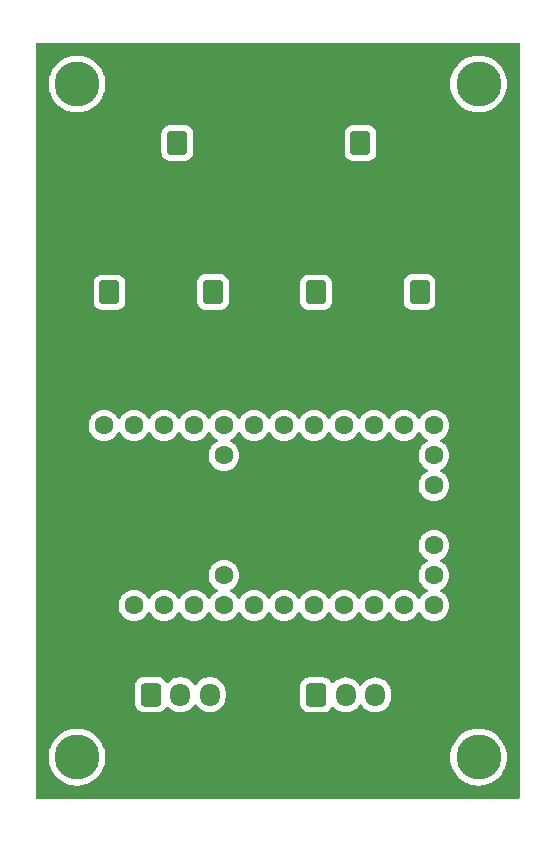
<source format=gbr>
%TF.GenerationSoftware,KiCad,Pcbnew,8.0.4*%
%TF.CreationDate,2024-08-04T23:06:54+09:00*%
%TF.ProjectId,sdvx,73647678-2e6b-4696-9361-645f70636258,rev?*%
%TF.SameCoordinates,Original*%
%TF.FileFunction,Copper,L2,Bot*%
%TF.FilePolarity,Positive*%
%FSLAX46Y46*%
G04 Gerber Fmt 4.6, Leading zero omitted, Abs format (unit mm)*
G04 Created by KiCad (PCBNEW 8.0.4) date 2024-08-04 23:06:54*
%MOMM*%
%LPD*%
G01*
G04 APERTURE LIST*
G04 Aperture macros list*
%AMRoundRect*
0 Rectangle with rounded corners*
0 $1 Rounding radius*
0 $2 $3 $4 $5 $6 $7 $8 $9 X,Y pos of 4 corners*
0 Add a 4 corners polygon primitive as box body*
4,1,4,$2,$3,$4,$5,$6,$7,$8,$9,$2,$3,0*
0 Add four circle primitives for the rounded corners*
1,1,$1+$1,$2,$3*
1,1,$1+$1,$4,$5*
1,1,$1+$1,$6,$7*
1,1,$1+$1,$8,$9*
0 Add four rect primitives between the rounded corners*
20,1,$1+$1,$2,$3,$4,$5,0*
20,1,$1+$1,$4,$5,$6,$7,0*
20,1,$1+$1,$6,$7,$8,$9,0*
20,1,$1+$1,$8,$9,$2,$3,0*%
G04 Aperture macros list end*
%TA.AperFunction,ComponentPad*%
%ADD10RoundRect,0.250000X-0.600000X-0.750000X0.600000X-0.750000X0.600000X0.750000X-0.600000X0.750000X0*%
%TD*%
%TA.AperFunction,ComponentPad*%
%ADD11O,1.700000X2.000000*%
%TD*%
%TA.AperFunction,ComponentPad*%
%ADD12C,3.800000*%
%TD*%
%TA.AperFunction,ComponentPad*%
%ADD13RoundRect,0.250000X-0.600000X-0.725000X0.600000X-0.725000X0.600000X0.725000X-0.600000X0.725000X0*%
%TD*%
%TA.AperFunction,ComponentPad*%
%ADD14O,1.700000X1.950000*%
%TD*%
%TA.AperFunction,ComponentPad*%
%ADD15R,1.600000X1.600000*%
%TD*%
%TA.AperFunction,ComponentPad*%
%ADD16C,1.600000*%
%TD*%
G04 APERTURE END LIST*
D10*
%TO.P,FX-R1,1,Pin_1*%
%TO.N,Net-(FX-R1-Pin_1)*%
X151000000Y-68000000D03*
D11*
%TO.P,FX-R1,2,Pin_2*%
%TO.N,GND*%
X153500000Y-68000000D03*
%TD*%
D12*
%TO.P,REF\u002A\u002A,1*%
%TO.N,N/C*%
X127000000Y-120000000D03*
%TD*%
D10*
%TO.P,FX-L1,1,Pin_1*%
%TO.N,Net-(FX-L1-Pin_1)*%
X135500000Y-68000000D03*
D11*
%TO.P,FX-L1,2,Pin_2*%
%TO.N,GND*%
X138000000Y-68000000D03*
%TD*%
D12*
%TO.P,REF\u002A\u002A,1*%
%TO.N,N/C*%
X127000000Y-63000000D03*
%TD*%
D13*
%TO.P,VOL-R1,1,Pin_1*%
%TO.N,+5V*%
X147250000Y-114725000D03*
D14*
%TO.P,VOL-R1,2,Pin_2*%
%TO.N,Net-(U1-7_INT2_RX)*%
X149750000Y-114725000D03*
%TO.P,VOL-R1,3,Pin_3*%
%TO.N,Net-(U1-8_INT3_TX)*%
X152250000Y-114725000D03*
%TO.P,VOL-R1,4,Pin_4*%
%TO.N,GND*%
X154750000Y-114725000D03*
%TD*%
D10*
%TO.P,BT-C1,1,Pin_1*%
%TO.N,Net-(BT-C1-Pin_1)*%
X147250000Y-80645000D03*
D11*
%TO.P,BT-C1,2,Pin_2*%
%TO.N,GND*%
X149750000Y-80645000D03*
%TD*%
D12*
%TO.P,REF\u002A\u002A,1*%
%TO.N,N/C*%
X161000000Y-120000000D03*
%TD*%
D10*
%TO.P,BT-A1,1,Pin_1*%
%TO.N,Net-(BT-A1-Pin_1)*%
X129750000Y-80645000D03*
D11*
%TO.P,BT-A1,2,Pin_2*%
%TO.N,GND*%
X132250000Y-80645000D03*
%TD*%
D10*
%TO.P,BT-B1,1,Pin_1*%
%TO.N,Net-(BT-B1-Pin_1)*%
X138500000Y-80620000D03*
D11*
%TO.P,BT-B1,2,Pin_2*%
%TO.N,GND*%
X141000000Y-80620000D03*
%TD*%
D10*
%TO.P,BT-D1,1,Pin_1*%
%TO.N,Net-(BT-D1-Pin_1)*%
X156000000Y-80620000D03*
D11*
%TO.P,BT-D1,2,Pin_2*%
%TO.N,GND*%
X158500000Y-80620000D03*
%TD*%
D13*
%TO.P,VOL-L1,1,Pin_1*%
%TO.N,+5V*%
X133250000Y-114700000D03*
D14*
%TO.P,VOL-L1,2,Pin_2*%
%TO.N,Net-(U1-5_INT0_PWM)*%
X135750000Y-114700000D03*
%TO.P,VOL-L1,3,Pin_3*%
%TO.N,Net-(U1-6_INT1)*%
X138250000Y-114700000D03*
%TO.P,VOL-L1,4,Pin_4*%
%TO.N,GND*%
X140750000Y-114700000D03*
%TD*%
D15*
%TO.P,U1,1,GND*%
%TO.N,GND*%
X129280000Y-107145000D03*
D16*
%TO.P,U1,2,0*%
%TO.N,unconnected-(U1-0-Pad2)*%
X131820000Y-107145000D03*
%TO.P,U1,3,1*%
%TO.N,unconnected-(U1-1-Pad3)*%
X134360000Y-107145000D03*
%TO.P,U1,4,2*%
%TO.N,unconnected-(U1-2-Pad4)*%
X136900000Y-107145000D03*
%TO.P,U1,5,3*%
%TO.N,unconnected-(U1-3-Pad5)*%
X139440000Y-107145000D03*
%TO.P,U1,6,4_PWM*%
%TO.N,unconnected-(U1-4_PWM-Pad6)*%
X141980000Y-107145000D03*
%TO.P,U1,7,5_INT0_PWM*%
%TO.N,Net-(U1-5_INT0_PWM)*%
X144520000Y-107145000D03*
%TO.P,U1,8,6_INT1*%
%TO.N,Net-(U1-6_INT1)*%
X147060000Y-107145000D03*
%TO.P,U1,9,7_INT2_RX*%
%TO.N,Net-(U1-7_INT2_RX)*%
X149600000Y-107145000D03*
%TO.P,U1,10,8_INT3_TX*%
%TO.N,Net-(U1-8_INT3_TX)*%
X152140000Y-107145000D03*
%TO.P,U1,11,9_PWM*%
%TO.N,unconnected-(U1-9_PWM-Pad11)*%
X154680000Y-107145000D03*
%TO.P,U1,12,10_PWM*%
%TO.N,unconnected-(U1-10_PWM-Pad12)*%
X157220000Y-107145000D03*
%TO.P,U1,13,23*%
%TO.N,unconnected-(U1-23-Pad13)*%
X157220000Y-104605000D03*
%TO.P,U1,14,+5V*%
%TO.N,+5V*%
X157220000Y-102065000D03*
%TO.P,U1,15,GND*%
%TO.N,GND*%
X157220000Y-99525000D03*
%TO.P,U1,16,RST*%
%TO.N,unconnected-(U1-RST-Pad16)*%
X157220000Y-96985000D03*
%TO.P,U1,17,22_A11*%
%TO.N,unconnected-(U1-22_A11-Pad17)*%
X157220000Y-94445000D03*
%TO.P,U1,18,11_A10_LED*%
%TO.N,unconnected-(U1-11_A10_LED-Pad18)*%
X157220000Y-91905000D03*
%TO.P,U1,19,12_A9_PWM*%
%TO.N,Net-(BT-D1-Pin_1)*%
X154680000Y-91905000D03*
%TO.P,U1,20,13_A8*%
%TO.N,Net-(BT-C1-Pin_1)*%
X152140000Y-91905000D03*
%TO.P,U1,21,14_A7_PWM*%
%TO.N,unconnected-(U1-14_A7_PWM-Pad21)*%
X149600000Y-91905000D03*
%TO.P,U1,22,15_A6_PWM*%
%TO.N,unconnected-(U1-15_A6_PWM-Pad22)*%
X147060000Y-91905000D03*
%TO.P,U1,23,16_A5*%
%TO.N,Net-(FX-R1-Pin_1)*%
X144520000Y-91905000D03*
%TO.P,U1,24,17_A4*%
%TO.N,Net-(FX-L1-Pin_1)*%
X141980000Y-91905000D03*
%TO.P,U1,25,18_A3*%
%TO.N,unconnected-(U1-18_A3-Pad25)*%
X139440000Y-91905000D03*
%TO.P,U1,26,19_A2*%
%TO.N,unconnected-(U1-19_A2-Pad26)*%
X136900000Y-91905000D03*
%TO.P,U1,27,20_A1*%
%TO.N,Net-(BT-B1-Pin_1)*%
X134360000Y-91905000D03*
%TO.P,U1,28,21_A0*%
%TO.N,Net-(BT-A1-Pin_1)*%
X131820000Y-91905000D03*
%TO.P,U1,29,+5V*%
%TO.N,+5V*%
X129280000Y-91905000D03*
%TO.P,U1,30,24*%
%TO.N,unconnected-(U1-24-Pad30)*%
X139440000Y-104605000D03*
%TO.P,U1,31,AREF*%
%TO.N,unconnected-(U1-AREF-Pad31)*%
X139440000Y-94445000D03*
%TD*%
D12*
%TO.P,REF\u002A\u002A,1*%
%TO.N,N/C*%
X161000000Y-63000000D03*
%TD*%
%TA.AperFunction,Conductor*%
%TO.N,GND*%
G36*
X164442539Y-59520185D02*
G01*
X164488294Y-59572989D01*
X164499500Y-59624500D01*
X164499500Y-123375500D01*
X164479815Y-123442539D01*
X164427011Y-123488294D01*
X164375500Y-123499500D01*
X123624500Y-123499500D01*
X123557461Y-123479815D01*
X123511706Y-123427011D01*
X123500500Y-123375500D01*
X123500500Y-119999994D01*
X124594754Y-119999994D01*
X124594754Y-120000005D01*
X124613718Y-120301446D01*
X124613719Y-120301453D01*
X124670320Y-120598164D01*
X124763659Y-120885431D01*
X124763661Y-120885436D01*
X124892265Y-121158732D01*
X124892268Y-121158738D01*
X125054111Y-121413763D01*
X125246652Y-121646505D01*
X125466836Y-121853272D01*
X125466846Y-121853280D01*
X125711193Y-122030808D01*
X125711198Y-122030810D01*
X125711205Y-122030816D01*
X125975896Y-122176332D01*
X125975901Y-122176334D01*
X125975903Y-122176335D01*
X125975904Y-122176336D01*
X126256734Y-122287524D01*
X126256737Y-122287525D01*
X126354259Y-122312564D01*
X126549302Y-122362642D01*
X126696039Y-122381179D01*
X126848963Y-122400499D01*
X126848969Y-122400499D01*
X126848973Y-122400500D01*
X126848975Y-122400500D01*
X127151025Y-122400500D01*
X127151027Y-122400500D01*
X127151032Y-122400499D01*
X127151036Y-122400499D01*
X127230591Y-122390448D01*
X127450698Y-122362642D01*
X127743262Y-122287525D01*
X127743265Y-122287524D01*
X128024095Y-122176336D01*
X128024096Y-122176335D01*
X128024094Y-122176335D01*
X128024104Y-122176332D01*
X128288795Y-122030816D01*
X128533162Y-121853274D01*
X128753349Y-121646504D01*
X128945885Y-121413768D01*
X129107733Y-121158736D01*
X129236341Y-120885430D01*
X129329681Y-120598160D01*
X129386280Y-120301457D01*
X129405246Y-120000000D01*
X129405246Y-119999994D01*
X158594754Y-119999994D01*
X158594754Y-120000005D01*
X158613718Y-120301446D01*
X158613719Y-120301453D01*
X158670320Y-120598164D01*
X158763659Y-120885431D01*
X158763661Y-120885436D01*
X158892265Y-121158732D01*
X158892268Y-121158738D01*
X159054111Y-121413763D01*
X159246652Y-121646505D01*
X159466836Y-121853272D01*
X159466846Y-121853280D01*
X159711193Y-122030808D01*
X159711198Y-122030810D01*
X159711205Y-122030816D01*
X159975896Y-122176332D01*
X159975901Y-122176334D01*
X159975903Y-122176335D01*
X159975904Y-122176336D01*
X160256734Y-122287524D01*
X160256737Y-122287525D01*
X160354259Y-122312564D01*
X160549302Y-122362642D01*
X160696039Y-122381179D01*
X160848963Y-122400499D01*
X160848969Y-122400499D01*
X160848973Y-122400500D01*
X160848975Y-122400500D01*
X161151025Y-122400500D01*
X161151027Y-122400500D01*
X161151032Y-122400499D01*
X161151036Y-122400499D01*
X161230591Y-122390448D01*
X161450698Y-122362642D01*
X161743262Y-122287525D01*
X161743265Y-122287524D01*
X162024095Y-122176336D01*
X162024096Y-122176335D01*
X162024094Y-122176335D01*
X162024104Y-122176332D01*
X162288795Y-122030816D01*
X162533162Y-121853274D01*
X162753349Y-121646504D01*
X162945885Y-121413768D01*
X163107733Y-121158736D01*
X163236341Y-120885430D01*
X163329681Y-120598160D01*
X163386280Y-120301457D01*
X163405246Y-120000000D01*
X163386280Y-119698543D01*
X163329681Y-119401840D01*
X163236341Y-119114570D01*
X163107733Y-118841264D01*
X162945885Y-118586232D01*
X162753349Y-118353496D01*
X162533162Y-118146726D01*
X162533159Y-118146724D01*
X162533153Y-118146719D01*
X162288806Y-117969191D01*
X162288799Y-117969186D01*
X162288795Y-117969184D01*
X162024104Y-117823668D01*
X162024101Y-117823666D01*
X162024096Y-117823664D01*
X162024095Y-117823663D01*
X161743265Y-117712475D01*
X161743262Y-117712474D01*
X161450695Y-117637357D01*
X161151036Y-117599500D01*
X161151027Y-117599500D01*
X160848973Y-117599500D01*
X160848963Y-117599500D01*
X160549304Y-117637357D01*
X160256737Y-117712474D01*
X160256734Y-117712475D01*
X159975904Y-117823663D01*
X159975903Y-117823664D01*
X159711205Y-117969184D01*
X159711193Y-117969191D01*
X159466846Y-118146719D01*
X159466836Y-118146727D01*
X159246652Y-118353494D01*
X159054111Y-118586236D01*
X158892268Y-118841261D01*
X158892265Y-118841267D01*
X158763661Y-119114563D01*
X158763659Y-119114568D01*
X158670320Y-119401835D01*
X158613719Y-119698546D01*
X158613718Y-119698553D01*
X158594754Y-119999994D01*
X129405246Y-119999994D01*
X129386280Y-119698543D01*
X129329681Y-119401840D01*
X129236341Y-119114570D01*
X129107733Y-118841264D01*
X128945885Y-118586232D01*
X128753349Y-118353496D01*
X128533162Y-118146726D01*
X128533159Y-118146724D01*
X128533153Y-118146719D01*
X128288806Y-117969191D01*
X128288799Y-117969186D01*
X128288795Y-117969184D01*
X128024104Y-117823668D01*
X128024101Y-117823666D01*
X128024096Y-117823664D01*
X128024095Y-117823663D01*
X127743265Y-117712475D01*
X127743262Y-117712474D01*
X127450695Y-117637357D01*
X127151036Y-117599500D01*
X127151027Y-117599500D01*
X126848973Y-117599500D01*
X126848963Y-117599500D01*
X126549304Y-117637357D01*
X126256737Y-117712474D01*
X126256734Y-117712475D01*
X125975904Y-117823663D01*
X125975903Y-117823664D01*
X125711205Y-117969184D01*
X125711193Y-117969191D01*
X125466846Y-118146719D01*
X125466836Y-118146727D01*
X125246652Y-118353494D01*
X125054111Y-118586236D01*
X124892268Y-118841261D01*
X124892265Y-118841267D01*
X124763661Y-119114563D01*
X124763659Y-119114568D01*
X124670320Y-119401835D01*
X124613719Y-119698546D01*
X124613718Y-119698553D01*
X124594754Y-119999994D01*
X123500500Y-119999994D01*
X123500500Y-113924983D01*
X131899500Y-113924983D01*
X131899500Y-115475001D01*
X131899501Y-115475018D01*
X131910000Y-115577796D01*
X131910001Y-115577799D01*
X131955894Y-115716294D01*
X131965186Y-115744334D01*
X132057288Y-115893656D01*
X132181344Y-116017712D01*
X132330666Y-116109814D01*
X132497203Y-116164999D01*
X132599991Y-116175500D01*
X133900008Y-116175499D01*
X134002797Y-116164999D01*
X134169334Y-116109814D01*
X134318656Y-116017712D01*
X134442712Y-115893656D01*
X134534814Y-115744334D01*
X134534814Y-115744331D01*
X134538178Y-115738879D01*
X134590126Y-115692154D01*
X134659088Y-115680931D01*
X134723170Y-115708774D01*
X134731398Y-115716294D01*
X134870213Y-115855109D01*
X135042179Y-115980048D01*
X135042181Y-115980049D01*
X135042184Y-115980051D01*
X135231588Y-116076557D01*
X135433757Y-116142246D01*
X135643713Y-116175500D01*
X135643714Y-116175500D01*
X135856286Y-116175500D01*
X135856287Y-116175500D01*
X136066243Y-116142246D01*
X136268412Y-116076557D01*
X136457816Y-115980051D01*
X136479789Y-115964086D01*
X136629786Y-115855109D01*
X136629788Y-115855106D01*
X136629792Y-115855104D01*
X136780104Y-115704792D01*
X136899683Y-115540204D01*
X136955011Y-115497540D01*
X137024624Y-115491561D01*
X137086420Y-115524166D01*
X137100313Y-115540199D01*
X137202560Y-115680931D01*
X137219896Y-115704792D01*
X137370213Y-115855109D01*
X137542179Y-115980048D01*
X137542181Y-115980049D01*
X137542184Y-115980051D01*
X137731588Y-116076557D01*
X137933757Y-116142246D01*
X138143713Y-116175500D01*
X138143714Y-116175500D01*
X138356286Y-116175500D01*
X138356287Y-116175500D01*
X138566243Y-116142246D01*
X138768412Y-116076557D01*
X138957816Y-115980051D01*
X138979789Y-115964086D01*
X139129786Y-115855109D01*
X139129788Y-115855106D01*
X139129792Y-115855104D01*
X139280104Y-115704792D01*
X139280106Y-115704788D01*
X139280109Y-115704786D01*
X139405048Y-115532820D01*
X139405047Y-115532820D01*
X139405051Y-115532816D01*
X139501557Y-115343412D01*
X139567246Y-115141243D01*
X139600500Y-114931287D01*
X139600500Y-114468713D01*
X139567246Y-114258757D01*
X139501557Y-114056588D01*
X139447239Y-113949983D01*
X145899500Y-113949983D01*
X145899500Y-115500001D01*
X145899501Y-115500018D01*
X145910000Y-115602796D01*
X145910001Y-115602799D01*
X145955094Y-115738879D01*
X145965186Y-115769334D01*
X146057288Y-115918656D01*
X146181344Y-116042712D01*
X146330666Y-116134814D01*
X146497203Y-116189999D01*
X146599991Y-116200500D01*
X147900008Y-116200499D01*
X148002797Y-116189999D01*
X148169334Y-116134814D01*
X148318656Y-116042712D01*
X148442712Y-115918656D01*
X148534814Y-115769334D01*
X148534814Y-115769331D01*
X148538178Y-115763879D01*
X148590126Y-115717154D01*
X148659088Y-115705931D01*
X148723170Y-115733774D01*
X148731398Y-115741294D01*
X148870213Y-115880109D01*
X149042179Y-116005048D01*
X149042181Y-116005049D01*
X149042184Y-116005051D01*
X149231588Y-116101557D01*
X149433757Y-116167246D01*
X149643713Y-116200500D01*
X149643714Y-116200500D01*
X149856286Y-116200500D01*
X149856287Y-116200500D01*
X150066243Y-116167246D01*
X150268412Y-116101557D01*
X150457816Y-116005051D01*
X150492230Y-115980048D01*
X150629786Y-115880109D01*
X150629788Y-115880106D01*
X150629792Y-115880104D01*
X150780104Y-115729792D01*
X150899683Y-115565204D01*
X150955011Y-115522540D01*
X151024624Y-115516561D01*
X151086420Y-115549166D01*
X151100313Y-115565199D01*
X151184397Y-115680931D01*
X151219896Y-115729792D01*
X151370213Y-115880109D01*
X151542179Y-116005048D01*
X151542181Y-116005049D01*
X151542184Y-116005051D01*
X151731588Y-116101557D01*
X151933757Y-116167246D01*
X152143713Y-116200500D01*
X152143714Y-116200500D01*
X152356286Y-116200500D01*
X152356287Y-116200500D01*
X152566243Y-116167246D01*
X152768412Y-116101557D01*
X152957816Y-116005051D01*
X152992230Y-115980048D01*
X153129786Y-115880109D01*
X153129788Y-115880106D01*
X153129792Y-115880104D01*
X153280104Y-115729792D01*
X153280106Y-115729788D01*
X153280109Y-115729786D01*
X153405048Y-115557820D01*
X153405047Y-115557820D01*
X153405051Y-115557816D01*
X153501557Y-115368412D01*
X153567246Y-115166243D01*
X153600500Y-114956287D01*
X153600500Y-114493713D01*
X153567246Y-114283757D01*
X153501557Y-114081588D01*
X153405051Y-113892184D01*
X153405049Y-113892181D01*
X153405048Y-113892179D01*
X153280109Y-113720213D01*
X153129786Y-113569890D01*
X152957820Y-113444951D01*
X152768414Y-113348444D01*
X152768413Y-113348443D01*
X152768412Y-113348443D01*
X152566243Y-113282754D01*
X152566241Y-113282753D01*
X152566240Y-113282753D01*
X152404957Y-113257208D01*
X152356287Y-113249500D01*
X152143713Y-113249500D01*
X152095042Y-113257208D01*
X151933760Y-113282753D01*
X151731585Y-113348444D01*
X151542179Y-113444951D01*
X151370213Y-113569890D01*
X151219894Y-113720209D01*
X151219890Y-113720214D01*
X151100318Y-113884793D01*
X151044989Y-113927459D01*
X150975375Y-113933438D01*
X150913580Y-113900833D01*
X150899682Y-113884793D01*
X150780109Y-113720214D01*
X150780105Y-113720209D01*
X150629786Y-113569890D01*
X150457820Y-113444951D01*
X150268414Y-113348444D01*
X150268413Y-113348443D01*
X150268412Y-113348443D01*
X150066243Y-113282754D01*
X150066241Y-113282753D01*
X150066240Y-113282753D01*
X149904957Y-113257208D01*
X149856287Y-113249500D01*
X149643713Y-113249500D01*
X149595042Y-113257208D01*
X149433760Y-113282753D01*
X149231585Y-113348444D01*
X149042179Y-113444951D01*
X148870215Y-113569889D01*
X148731398Y-113708706D01*
X148670075Y-113742190D01*
X148600383Y-113737206D01*
X148544450Y-113695334D01*
X148538178Y-113686120D01*
X148442712Y-113531344D01*
X148318657Y-113407289D01*
X148318656Y-113407288D01*
X148223253Y-113348443D01*
X148169336Y-113315187D01*
X148169331Y-113315185D01*
X148167862Y-113314698D01*
X148002797Y-113260001D01*
X148002795Y-113260000D01*
X147900010Y-113249500D01*
X146599998Y-113249500D01*
X146599981Y-113249501D01*
X146497203Y-113260000D01*
X146497200Y-113260001D01*
X146330668Y-113315185D01*
X146330663Y-113315187D01*
X146181342Y-113407289D01*
X146057289Y-113531342D01*
X145965187Y-113680663D01*
X145965185Y-113680668D01*
X145953083Y-113717190D01*
X145910001Y-113847203D01*
X145910001Y-113847204D01*
X145910000Y-113847204D01*
X145899500Y-113949983D01*
X139447239Y-113949983D01*
X139405051Y-113867184D01*
X139405049Y-113867181D01*
X139405048Y-113867179D01*
X139280109Y-113695213D01*
X139129786Y-113544890D01*
X138957820Y-113419951D01*
X138768414Y-113323444D01*
X138768413Y-113323443D01*
X138768412Y-113323443D01*
X138566243Y-113257754D01*
X138566241Y-113257753D01*
X138566240Y-113257753D01*
X138404957Y-113232208D01*
X138356287Y-113224500D01*
X138143713Y-113224500D01*
X138095042Y-113232208D01*
X137933760Y-113257753D01*
X137731585Y-113323444D01*
X137542179Y-113419951D01*
X137370213Y-113544890D01*
X137219894Y-113695209D01*
X137219890Y-113695214D01*
X137100318Y-113859793D01*
X137044989Y-113902459D01*
X136975375Y-113908438D01*
X136913580Y-113875833D01*
X136899682Y-113859793D01*
X136780109Y-113695214D01*
X136780105Y-113695209D01*
X136629786Y-113544890D01*
X136457820Y-113419951D01*
X136268414Y-113323444D01*
X136268413Y-113323443D01*
X136268412Y-113323443D01*
X136066243Y-113257754D01*
X136066241Y-113257753D01*
X136066240Y-113257753D01*
X135904957Y-113232208D01*
X135856287Y-113224500D01*
X135643713Y-113224500D01*
X135595042Y-113232208D01*
X135433760Y-113257753D01*
X135231585Y-113323444D01*
X135042179Y-113419951D01*
X134870215Y-113544889D01*
X134731398Y-113683706D01*
X134670075Y-113717190D01*
X134600383Y-113712206D01*
X134544450Y-113670334D01*
X134538178Y-113661120D01*
X134442712Y-113506344D01*
X134318657Y-113382289D01*
X134318656Y-113382288D01*
X134169334Y-113290186D01*
X134002797Y-113235001D01*
X134002795Y-113235000D01*
X133900010Y-113224500D01*
X132599998Y-113224500D01*
X132599981Y-113224501D01*
X132497203Y-113235000D01*
X132497200Y-113235001D01*
X132330668Y-113290185D01*
X132330663Y-113290187D01*
X132181342Y-113382289D01*
X132057289Y-113506342D01*
X131965187Y-113655663D01*
X131965185Y-113655668D01*
X131943797Y-113720213D01*
X131910001Y-113822203D01*
X131910001Y-113822204D01*
X131910000Y-113822204D01*
X131899500Y-113924983D01*
X123500500Y-113924983D01*
X123500500Y-107144998D01*
X130514532Y-107144998D01*
X130514532Y-107145001D01*
X130534364Y-107371686D01*
X130534366Y-107371697D01*
X130593258Y-107591488D01*
X130593261Y-107591497D01*
X130689431Y-107797732D01*
X130689432Y-107797734D01*
X130819954Y-107984141D01*
X130980858Y-108145045D01*
X130980861Y-108145047D01*
X131167266Y-108275568D01*
X131373504Y-108371739D01*
X131593308Y-108430635D01*
X131755230Y-108444801D01*
X131819998Y-108450468D01*
X131820000Y-108450468D01*
X131820002Y-108450468D01*
X131876673Y-108445509D01*
X132046692Y-108430635D01*
X132266496Y-108371739D01*
X132472734Y-108275568D01*
X132659139Y-108145047D01*
X132820047Y-107984139D01*
X132950568Y-107797734D01*
X132977618Y-107739724D01*
X133023790Y-107687285D01*
X133090983Y-107668133D01*
X133157865Y-107688348D01*
X133202382Y-107739725D01*
X133229429Y-107797728D01*
X133229432Y-107797734D01*
X133359954Y-107984141D01*
X133520858Y-108145045D01*
X133520861Y-108145047D01*
X133707266Y-108275568D01*
X133913504Y-108371739D01*
X134133308Y-108430635D01*
X134295230Y-108444801D01*
X134359998Y-108450468D01*
X134360000Y-108450468D01*
X134360002Y-108450468D01*
X134416673Y-108445509D01*
X134586692Y-108430635D01*
X134806496Y-108371739D01*
X135012734Y-108275568D01*
X135199139Y-108145047D01*
X135360047Y-107984139D01*
X135490568Y-107797734D01*
X135517618Y-107739724D01*
X135563790Y-107687285D01*
X135630983Y-107668133D01*
X135697865Y-107688348D01*
X135742382Y-107739725D01*
X135769429Y-107797728D01*
X135769432Y-107797734D01*
X135899954Y-107984141D01*
X136060858Y-108145045D01*
X136060861Y-108145047D01*
X136247266Y-108275568D01*
X136453504Y-108371739D01*
X136673308Y-108430635D01*
X136835230Y-108444801D01*
X136899998Y-108450468D01*
X136900000Y-108450468D01*
X136900002Y-108450468D01*
X136956673Y-108445509D01*
X137126692Y-108430635D01*
X137346496Y-108371739D01*
X137552734Y-108275568D01*
X137739139Y-108145047D01*
X137900047Y-107984139D01*
X138030568Y-107797734D01*
X138057618Y-107739724D01*
X138103790Y-107687285D01*
X138170983Y-107668133D01*
X138237865Y-107688348D01*
X138282382Y-107739725D01*
X138309429Y-107797728D01*
X138309432Y-107797734D01*
X138439954Y-107984141D01*
X138600858Y-108145045D01*
X138600861Y-108145047D01*
X138787266Y-108275568D01*
X138993504Y-108371739D01*
X139213308Y-108430635D01*
X139375230Y-108444801D01*
X139439998Y-108450468D01*
X139440000Y-108450468D01*
X139440002Y-108450468D01*
X139496673Y-108445509D01*
X139666692Y-108430635D01*
X139886496Y-108371739D01*
X140092734Y-108275568D01*
X140279139Y-108145047D01*
X140440047Y-107984139D01*
X140570568Y-107797734D01*
X140597618Y-107739724D01*
X140643790Y-107687285D01*
X140710983Y-107668133D01*
X140777865Y-107688348D01*
X140822382Y-107739725D01*
X140849429Y-107797728D01*
X140849432Y-107797734D01*
X140979954Y-107984141D01*
X141140858Y-108145045D01*
X141140861Y-108145047D01*
X141327266Y-108275568D01*
X141533504Y-108371739D01*
X141753308Y-108430635D01*
X141915230Y-108444801D01*
X141979998Y-108450468D01*
X141980000Y-108450468D01*
X141980002Y-108450468D01*
X142036673Y-108445509D01*
X142206692Y-108430635D01*
X142426496Y-108371739D01*
X142632734Y-108275568D01*
X142819139Y-108145047D01*
X142980047Y-107984139D01*
X143110568Y-107797734D01*
X143137618Y-107739724D01*
X143183790Y-107687285D01*
X143250983Y-107668133D01*
X143317865Y-107688348D01*
X143362382Y-107739725D01*
X143389429Y-107797728D01*
X143389432Y-107797734D01*
X143519954Y-107984141D01*
X143680858Y-108145045D01*
X143680861Y-108145047D01*
X143867266Y-108275568D01*
X144073504Y-108371739D01*
X144293308Y-108430635D01*
X144455230Y-108444801D01*
X144519998Y-108450468D01*
X144520000Y-108450468D01*
X144520002Y-108450468D01*
X144576673Y-108445509D01*
X144746692Y-108430635D01*
X144966496Y-108371739D01*
X145172734Y-108275568D01*
X145359139Y-108145047D01*
X145520047Y-107984139D01*
X145650568Y-107797734D01*
X145677618Y-107739724D01*
X145723790Y-107687285D01*
X145790983Y-107668133D01*
X145857865Y-107688348D01*
X145902382Y-107739725D01*
X145929429Y-107797728D01*
X145929432Y-107797734D01*
X146059954Y-107984141D01*
X146220858Y-108145045D01*
X146220861Y-108145047D01*
X146407266Y-108275568D01*
X146613504Y-108371739D01*
X146833308Y-108430635D01*
X146995230Y-108444801D01*
X147059998Y-108450468D01*
X147060000Y-108450468D01*
X147060002Y-108450468D01*
X147116673Y-108445509D01*
X147286692Y-108430635D01*
X147506496Y-108371739D01*
X147712734Y-108275568D01*
X147899139Y-108145047D01*
X148060047Y-107984139D01*
X148190568Y-107797734D01*
X148217618Y-107739724D01*
X148263790Y-107687285D01*
X148330983Y-107668133D01*
X148397865Y-107688348D01*
X148442382Y-107739725D01*
X148469429Y-107797728D01*
X148469432Y-107797734D01*
X148599954Y-107984141D01*
X148760858Y-108145045D01*
X148760861Y-108145047D01*
X148947266Y-108275568D01*
X149153504Y-108371739D01*
X149373308Y-108430635D01*
X149535230Y-108444801D01*
X149599998Y-108450468D01*
X149600000Y-108450468D01*
X149600002Y-108450468D01*
X149656673Y-108445509D01*
X149826692Y-108430635D01*
X150046496Y-108371739D01*
X150252734Y-108275568D01*
X150439139Y-108145047D01*
X150600047Y-107984139D01*
X150730568Y-107797734D01*
X150757618Y-107739724D01*
X150803790Y-107687285D01*
X150870983Y-107668133D01*
X150937865Y-107688348D01*
X150982382Y-107739725D01*
X151009429Y-107797728D01*
X151009432Y-107797734D01*
X151139954Y-107984141D01*
X151300858Y-108145045D01*
X151300861Y-108145047D01*
X151487266Y-108275568D01*
X151693504Y-108371739D01*
X151913308Y-108430635D01*
X152075230Y-108444801D01*
X152139998Y-108450468D01*
X152140000Y-108450468D01*
X152140002Y-108450468D01*
X152196673Y-108445509D01*
X152366692Y-108430635D01*
X152586496Y-108371739D01*
X152792734Y-108275568D01*
X152979139Y-108145047D01*
X153140047Y-107984139D01*
X153270568Y-107797734D01*
X153297618Y-107739724D01*
X153343790Y-107687285D01*
X153410983Y-107668133D01*
X153477865Y-107688348D01*
X153522382Y-107739725D01*
X153549429Y-107797728D01*
X153549432Y-107797734D01*
X153679954Y-107984141D01*
X153840858Y-108145045D01*
X153840861Y-108145047D01*
X154027266Y-108275568D01*
X154233504Y-108371739D01*
X154453308Y-108430635D01*
X154615230Y-108444801D01*
X154679998Y-108450468D01*
X154680000Y-108450468D01*
X154680002Y-108450468D01*
X154736673Y-108445509D01*
X154906692Y-108430635D01*
X155126496Y-108371739D01*
X155332734Y-108275568D01*
X155519139Y-108145047D01*
X155680047Y-107984139D01*
X155810568Y-107797734D01*
X155837618Y-107739724D01*
X155883790Y-107687285D01*
X155950983Y-107668133D01*
X156017865Y-107688348D01*
X156062382Y-107739725D01*
X156089429Y-107797728D01*
X156089432Y-107797734D01*
X156219954Y-107984141D01*
X156380858Y-108145045D01*
X156380861Y-108145047D01*
X156567266Y-108275568D01*
X156773504Y-108371739D01*
X156993308Y-108430635D01*
X157155230Y-108444801D01*
X157219998Y-108450468D01*
X157220000Y-108450468D01*
X157220002Y-108450468D01*
X157276673Y-108445509D01*
X157446692Y-108430635D01*
X157666496Y-108371739D01*
X157872734Y-108275568D01*
X158059139Y-108145047D01*
X158220047Y-107984139D01*
X158350568Y-107797734D01*
X158446739Y-107591496D01*
X158505635Y-107371692D01*
X158525468Y-107145000D01*
X158505635Y-106918308D01*
X158446739Y-106698504D01*
X158350568Y-106492266D01*
X158220047Y-106305861D01*
X158220045Y-106305858D01*
X158059141Y-106144954D01*
X157872734Y-106014432D01*
X157872728Y-106014429D01*
X157814725Y-105987382D01*
X157762285Y-105941210D01*
X157743133Y-105874017D01*
X157763348Y-105807135D01*
X157814725Y-105762618D01*
X157872734Y-105735568D01*
X158059139Y-105605047D01*
X158220047Y-105444139D01*
X158350568Y-105257734D01*
X158446739Y-105051496D01*
X158505635Y-104831692D01*
X158525468Y-104605000D01*
X158505635Y-104378308D01*
X158446739Y-104158504D01*
X158350568Y-103952266D01*
X158220047Y-103765861D01*
X158220045Y-103765858D01*
X158059141Y-103604954D01*
X157872734Y-103474432D01*
X157872728Y-103474429D01*
X157814725Y-103447382D01*
X157762285Y-103401210D01*
X157743133Y-103334017D01*
X157763348Y-103267135D01*
X157814725Y-103222618D01*
X157872734Y-103195568D01*
X158059139Y-103065047D01*
X158220047Y-102904139D01*
X158350568Y-102717734D01*
X158446739Y-102511496D01*
X158505635Y-102291692D01*
X158525468Y-102065000D01*
X158505635Y-101838308D01*
X158446739Y-101618504D01*
X158350568Y-101412266D01*
X158220047Y-101225861D01*
X158220045Y-101225858D01*
X158059141Y-101064954D01*
X157872734Y-100934432D01*
X157872732Y-100934431D01*
X157666497Y-100838261D01*
X157666488Y-100838258D01*
X157446697Y-100779366D01*
X157446693Y-100779365D01*
X157446692Y-100779365D01*
X157446691Y-100779364D01*
X157446686Y-100779364D01*
X157220002Y-100759532D01*
X157219998Y-100759532D01*
X156993313Y-100779364D01*
X156993302Y-100779366D01*
X156773511Y-100838258D01*
X156773502Y-100838261D01*
X156567267Y-100934431D01*
X156567265Y-100934432D01*
X156380858Y-101064954D01*
X156219954Y-101225858D01*
X156089432Y-101412265D01*
X156089431Y-101412267D01*
X155993261Y-101618502D01*
X155993258Y-101618511D01*
X155934366Y-101838302D01*
X155934364Y-101838313D01*
X155914532Y-102064998D01*
X155914532Y-102065001D01*
X155934364Y-102291686D01*
X155934366Y-102291697D01*
X155993258Y-102511488D01*
X155993261Y-102511497D01*
X156089431Y-102717732D01*
X156089432Y-102717734D01*
X156219954Y-102904141D01*
X156380858Y-103065045D01*
X156380861Y-103065047D01*
X156567266Y-103195568D01*
X156625275Y-103222618D01*
X156677714Y-103268791D01*
X156696866Y-103335984D01*
X156676650Y-103402865D01*
X156625275Y-103447382D01*
X156567267Y-103474431D01*
X156567265Y-103474432D01*
X156380858Y-103604954D01*
X156219954Y-103765858D01*
X156089432Y-103952265D01*
X156089431Y-103952267D01*
X155993261Y-104158502D01*
X155993258Y-104158511D01*
X155934366Y-104378302D01*
X155934364Y-104378313D01*
X155914532Y-104604998D01*
X155914532Y-104605001D01*
X155934364Y-104831686D01*
X155934366Y-104831697D01*
X155993258Y-105051488D01*
X155993261Y-105051497D01*
X156089431Y-105257732D01*
X156089432Y-105257734D01*
X156219954Y-105444141D01*
X156380858Y-105605045D01*
X156380861Y-105605047D01*
X156567266Y-105735568D01*
X156625275Y-105762618D01*
X156677714Y-105808791D01*
X156696866Y-105875984D01*
X156676650Y-105942865D01*
X156625275Y-105987382D01*
X156567267Y-106014431D01*
X156567265Y-106014432D01*
X156380858Y-106144954D01*
X156219954Y-106305858D01*
X156089432Y-106492265D01*
X156089431Y-106492267D01*
X156062382Y-106550275D01*
X156016209Y-106602714D01*
X155949016Y-106621866D01*
X155882135Y-106601650D01*
X155837618Y-106550275D01*
X155810568Y-106492267D01*
X155810567Y-106492265D01*
X155680045Y-106305858D01*
X155519141Y-106144954D01*
X155332734Y-106014432D01*
X155332732Y-106014431D01*
X155126497Y-105918261D01*
X155126488Y-105918258D01*
X154906697Y-105859366D01*
X154906693Y-105859365D01*
X154906692Y-105859365D01*
X154906691Y-105859364D01*
X154906686Y-105859364D01*
X154680002Y-105839532D01*
X154679998Y-105839532D01*
X154453313Y-105859364D01*
X154453302Y-105859366D01*
X154233511Y-105918258D01*
X154233502Y-105918261D01*
X154027267Y-106014431D01*
X154027265Y-106014432D01*
X153840858Y-106144954D01*
X153679954Y-106305858D01*
X153549432Y-106492265D01*
X153549431Y-106492267D01*
X153522382Y-106550275D01*
X153476209Y-106602714D01*
X153409016Y-106621866D01*
X153342135Y-106601650D01*
X153297618Y-106550275D01*
X153270568Y-106492267D01*
X153270567Y-106492265D01*
X153140045Y-106305858D01*
X152979141Y-106144954D01*
X152792734Y-106014432D01*
X152792732Y-106014431D01*
X152586497Y-105918261D01*
X152586488Y-105918258D01*
X152366697Y-105859366D01*
X152366693Y-105859365D01*
X152366692Y-105859365D01*
X152366691Y-105859364D01*
X152366686Y-105859364D01*
X152140002Y-105839532D01*
X152139998Y-105839532D01*
X151913313Y-105859364D01*
X151913302Y-105859366D01*
X151693511Y-105918258D01*
X151693502Y-105918261D01*
X151487267Y-106014431D01*
X151487265Y-106014432D01*
X151300858Y-106144954D01*
X151139954Y-106305858D01*
X151009432Y-106492265D01*
X151009431Y-106492267D01*
X150982382Y-106550275D01*
X150936209Y-106602714D01*
X150869016Y-106621866D01*
X150802135Y-106601650D01*
X150757618Y-106550275D01*
X150730568Y-106492267D01*
X150730567Y-106492265D01*
X150600045Y-106305858D01*
X150439141Y-106144954D01*
X150252734Y-106014432D01*
X150252732Y-106014431D01*
X150046497Y-105918261D01*
X150046488Y-105918258D01*
X149826697Y-105859366D01*
X149826693Y-105859365D01*
X149826692Y-105859365D01*
X149826691Y-105859364D01*
X149826686Y-105859364D01*
X149600002Y-105839532D01*
X149599998Y-105839532D01*
X149373313Y-105859364D01*
X149373302Y-105859366D01*
X149153511Y-105918258D01*
X149153502Y-105918261D01*
X148947267Y-106014431D01*
X148947265Y-106014432D01*
X148760858Y-106144954D01*
X148599954Y-106305858D01*
X148469432Y-106492265D01*
X148469431Y-106492267D01*
X148442382Y-106550275D01*
X148396209Y-106602714D01*
X148329016Y-106621866D01*
X148262135Y-106601650D01*
X148217618Y-106550275D01*
X148190568Y-106492267D01*
X148190567Y-106492265D01*
X148060045Y-106305858D01*
X147899141Y-106144954D01*
X147712734Y-106014432D01*
X147712732Y-106014431D01*
X147506497Y-105918261D01*
X147506488Y-105918258D01*
X147286697Y-105859366D01*
X147286693Y-105859365D01*
X147286692Y-105859365D01*
X147286691Y-105859364D01*
X147286686Y-105859364D01*
X147060002Y-105839532D01*
X147059998Y-105839532D01*
X146833313Y-105859364D01*
X146833302Y-105859366D01*
X146613511Y-105918258D01*
X146613502Y-105918261D01*
X146407267Y-106014431D01*
X146407265Y-106014432D01*
X146220858Y-106144954D01*
X146059954Y-106305858D01*
X145929432Y-106492265D01*
X145929431Y-106492267D01*
X145902382Y-106550275D01*
X145856209Y-106602714D01*
X145789016Y-106621866D01*
X145722135Y-106601650D01*
X145677618Y-106550275D01*
X145650568Y-106492267D01*
X145650567Y-106492265D01*
X145520045Y-106305858D01*
X145359141Y-106144954D01*
X145172734Y-106014432D01*
X145172732Y-106014431D01*
X144966497Y-105918261D01*
X144966488Y-105918258D01*
X144746697Y-105859366D01*
X144746693Y-105859365D01*
X144746692Y-105859365D01*
X144746691Y-105859364D01*
X144746686Y-105859364D01*
X144520002Y-105839532D01*
X144519998Y-105839532D01*
X144293313Y-105859364D01*
X144293302Y-105859366D01*
X144073511Y-105918258D01*
X144073502Y-105918261D01*
X143867267Y-106014431D01*
X143867265Y-106014432D01*
X143680858Y-106144954D01*
X143519954Y-106305858D01*
X143389432Y-106492265D01*
X143389431Y-106492267D01*
X143362382Y-106550275D01*
X143316209Y-106602714D01*
X143249016Y-106621866D01*
X143182135Y-106601650D01*
X143137618Y-106550275D01*
X143110568Y-106492267D01*
X143110567Y-106492265D01*
X142980045Y-106305858D01*
X142819141Y-106144954D01*
X142632734Y-106014432D01*
X142632732Y-106014431D01*
X142426497Y-105918261D01*
X142426488Y-105918258D01*
X142206697Y-105859366D01*
X142206693Y-105859365D01*
X142206692Y-105859365D01*
X142206691Y-105859364D01*
X142206686Y-105859364D01*
X141980002Y-105839532D01*
X141979998Y-105839532D01*
X141753313Y-105859364D01*
X141753302Y-105859366D01*
X141533511Y-105918258D01*
X141533502Y-105918261D01*
X141327267Y-106014431D01*
X141327265Y-106014432D01*
X141140858Y-106144954D01*
X140979954Y-106305858D01*
X140849432Y-106492265D01*
X140849431Y-106492267D01*
X140822382Y-106550275D01*
X140776209Y-106602714D01*
X140709016Y-106621866D01*
X140642135Y-106601650D01*
X140597618Y-106550275D01*
X140570568Y-106492267D01*
X140570567Y-106492265D01*
X140440045Y-106305858D01*
X140279141Y-106144954D01*
X140092734Y-106014432D01*
X140092728Y-106014429D01*
X140034725Y-105987382D01*
X139982285Y-105941210D01*
X139963133Y-105874017D01*
X139983348Y-105807135D01*
X140034725Y-105762618D01*
X140092734Y-105735568D01*
X140279139Y-105605047D01*
X140440047Y-105444139D01*
X140570568Y-105257734D01*
X140666739Y-105051496D01*
X140725635Y-104831692D01*
X140745468Y-104605000D01*
X140725635Y-104378308D01*
X140666739Y-104158504D01*
X140570568Y-103952266D01*
X140440047Y-103765861D01*
X140440045Y-103765858D01*
X140279141Y-103604954D01*
X140092734Y-103474432D01*
X140092732Y-103474431D01*
X139886497Y-103378261D01*
X139886488Y-103378258D01*
X139666697Y-103319366D01*
X139666693Y-103319365D01*
X139666692Y-103319365D01*
X139666691Y-103319364D01*
X139666686Y-103319364D01*
X139440002Y-103299532D01*
X139439998Y-103299532D01*
X139213313Y-103319364D01*
X139213302Y-103319366D01*
X138993511Y-103378258D01*
X138993502Y-103378261D01*
X138787267Y-103474431D01*
X138787265Y-103474432D01*
X138600858Y-103604954D01*
X138439954Y-103765858D01*
X138309432Y-103952265D01*
X138309431Y-103952267D01*
X138213261Y-104158502D01*
X138213258Y-104158511D01*
X138154366Y-104378302D01*
X138154364Y-104378313D01*
X138134532Y-104604998D01*
X138134532Y-104605001D01*
X138154364Y-104831686D01*
X138154366Y-104831697D01*
X138213258Y-105051488D01*
X138213261Y-105051497D01*
X138309431Y-105257732D01*
X138309432Y-105257734D01*
X138439954Y-105444141D01*
X138600858Y-105605045D01*
X138600861Y-105605047D01*
X138787266Y-105735568D01*
X138845275Y-105762618D01*
X138897714Y-105808791D01*
X138916866Y-105875984D01*
X138896650Y-105942865D01*
X138845275Y-105987382D01*
X138787267Y-106014431D01*
X138787265Y-106014432D01*
X138600858Y-106144954D01*
X138439954Y-106305858D01*
X138309432Y-106492265D01*
X138309431Y-106492267D01*
X138282382Y-106550275D01*
X138236209Y-106602714D01*
X138169016Y-106621866D01*
X138102135Y-106601650D01*
X138057618Y-106550275D01*
X138030568Y-106492267D01*
X138030567Y-106492265D01*
X137900045Y-106305858D01*
X137739141Y-106144954D01*
X137552734Y-106014432D01*
X137552732Y-106014431D01*
X137346497Y-105918261D01*
X137346488Y-105918258D01*
X137126697Y-105859366D01*
X137126693Y-105859365D01*
X137126692Y-105859365D01*
X137126691Y-105859364D01*
X137126686Y-105859364D01*
X136900002Y-105839532D01*
X136899998Y-105839532D01*
X136673313Y-105859364D01*
X136673302Y-105859366D01*
X136453511Y-105918258D01*
X136453502Y-105918261D01*
X136247267Y-106014431D01*
X136247265Y-106014432D01*
X136060858Y-106144954D01*
X135899954Y-106305858D01*
X135769432Y-106492265D01*
X135769431Y-106492267D01*
X135742382Y-106550275D01*
X135696209Y-106602714D01*
X135629016Y-106621866D01*
X135562135Y-106601650D01*
X135517618Y-106550275D01*
X135490568Y-106492267D01*
X135490567Y-106492265D01*
X135360045Y-106305858D01*
X135199141Y-106144954D01*
X135012734Y-106014432D01*
X135012732Y-106014431D01*
X134806497Y-105918261D01*
X134806488Y-105918258D01*
X134586697Y-105859366D01*
X134586693Y-105859365D01*
X134586692Y-105859365D01*
X134586691Y-105859364D01*
X134586686Y-105859364D01*
X134360002Y-105839532D01*
X134359998Y-105839532D01*
X134133313Y-105859364D01*
X134133302Y-105859366D01*
X133913511Y-105918258D01*
X133913502Y-105918261D01*
X133707267Y-106014431D01*
X133707265Y-106014432D01*
X133520858Y-106144954D01*
X133359954Y-106305858D01*
X133229432Y-106492265D01*
X133229431Y-106492267D01*
X133202382Y-106550275D01*
X133156209Y-106602714D01*
X133089016Y-106621866D01*
X133022135Y-106601650D01*
X132977618Y-106550275D01*
X132950568Y-106492267D01*
X132950567Y-106492265D01*
X132820045Y-106305858D01*
X132659141Y-106144954D01*
X132472734Y-106014432D01*
X132472732Y-106014431D01*
X132266497Y-105918261D01*
X132266488Y-105918258D01*
X132046697Y-105859366D01*
X132046693Y-105859365D01*
X132046692Y-105859365D01*
X132046691Y-105859364D01*
X132046686Y-105859364D01*
X131820002Y-105839532D01*
X131819998Y-105839532D01*
X131593313Y-105859364D01*
X131593302Y-105859366D01*
X131373511Y-105918258D01*
X131373502Y-105918261D01*
X131167267Y-106014431D01*
X131167265Y-106014432D01*
X130980858Y-106144954D01*
X130819954Y-106305858D01*
X130689432Y-106492265D01*
X130689431Y-106492267D01*
X130593261Y-106698502D01*
X130593258Y-106698511D01*
X130534366Y-106918302D01*
X130534364Y-106918313D01*
X130514532Y-107144998D01*
X123500500Y-107144998D01*
X123500500Y-91904998D01*
X127974532Y-91904998D01*
X127974532Y-91905001D01*
X127994364Y-92131686D01*
X127994366Y-92131697D01*
X128053258Y-92351488D01*
X128053261Y-92351497D01*
X128149431Y-92557732D01*
X128149432Y-92557734D01*
X128279954Y-92744141D01*
X128440858Y-92905045D01*
X128440861Y-92905047D01*
X128627266Y-93035568D01*
X128833504Y-93131739D01*
X129053308Y-93190635D01*
X129215230Y-93204801D01*
X129279998Y-93210468D01*
X129280000Y-93210468D01*
X129280002Y-93210468D01*
X129336673Y-93205509D01*
X129506692Y-93190635D01*
X129726496Y-93131739D01*
X129932734Y-93035568D01*
X130119139Y-92905047D01*
X130280047Y-92744139D01*
X130410568Y-92557734D01*
X130437618Y-92499724D01*
X130483790Y-92447285D01*
X130550983Y-92428133D01*
X130617865Y-92448348D01*
X130662382Y-92499725D01*
X130689429Y-92557728D01*
X130689432Y-92557734D01*
X130819954Y-92744141D01*
X130980858Y-92905045D01*
X130980861Y-92905047D01*
X131167266Y-93035568D01*
X131373504Y-93131739D01*
X131593308Y-93190635D01*
X131755230Y-93204801D01*
X131819998Y-93210468D01*
X131820000Y-93210468D01*
X131820002Y-93210468D01*
X131876673Y-93205509D01*
X132046692Y-93190635D01*
X132266496Y-93131739D01*
X132472734Y-93035568D01*
X132659139Y-92905047D01*
X132820047Y-92744139D01*
X132950568Y-92557734D01*
X132977618Y-92499724D01*
X133023790Y-92447285D01*
X133090983Y-92428133D01*
X133157865Y-92448348D01*
X133202382Y-92499725D01*
X133229429Y-92557728D01*
X133229432Y-92557734D01*
X133359954Y-92744141D01*
X133520858Y-92905045D01*
X133520861Y-92905047D01*
X133707266Y-93035568D01*
X133913504Y-93131739D01*
X134133308Y-93190635D01*
X134295230Y-93204801D01*
X134359998Y-93210468D01*
X134360000Y-93210468D01*
X134360002Y-93210468D01*
X134416673Y-93205509D01*
X134586692Y-93190635D01*
X134806496Y-93131739D01*
X135012734Y-93035568D01*
X135199139Y-92905047D01*
X135360047Y-92744139D01*
X135490568Y-92557734D01*
X135517618Y-92499724D01*
X135563790Y-92447285D01*
X135630983Y-92428133D01*
X135697865Y-92448348D01*
X135742382Y-92499725D01*
X135769429Y-92557728D01*
X135769432Y-92557734D01*
X135899954Y-92744141D01*
X136060858Y-92905045D01*
X136060861Y-92905047D01*
X136247266Y-93035568D01*
X136453504Y-93131739D01*
X136673308Y-93190635D01*
X136835230Y-93204801D01*
X136899998Y-93210468D01*
X136900000Y-93210468D01*
X136900002Y-93210468D01*
X136956673Y-93205509D01*
X137126692Y-93190635D01*
X137346496Y-93131739D01*
X137552734Y-93035568D01*
X137739139Y-92905047D01*
X137900047Y-92744139D01*
X138030568Y-92557734D01*
X138057618Y-92499724D01*
X138103790Y-92447285D01*
X138170983Y-92428133D01*
X138237865Y-92448348D01*
X138282382Y-92499725D01*
X138309429Y-92557728D01*
X138309432Y-92557734D01*
X138439954Y-92744141D01*
X138600858Y-92905045D01*
X138600861Y-92905047D01*
X138787266Y-93035568D01*
X138845275Y-93062618D01*
X138897714Y-93108791D01*
X138916866Y-93175984D01*
X138896650Y-93242865D01*
X138845275Y-93287382D01*
X138787267Y-93314431D01*
X138787265Y-93314432D01*
X138600858Y-93444954D01*
X138439954Y-93605858D01*
X138309432Y-93792265D01*
X138309431Y-93792267D01*
X138213261Y-93998502D01*
X138213258Y-93998511D01*
X138154366Y-94218302D01*
X138154364Y-94218313D01*
X138134532Y-94444998D01*
X138134532Y-94445001D01*
X138154364Y-94671686D01*
X138154366Y-94671697D01*
X138213258Y-94891488D01*
X138213261Y-94891497D01*
X138309431Y-95097732D01*
X138309432Y-95097734D01*
X138439954Y-95284141D01*
X138600858Y-95445045D01*
X138600861Y-95445047D01*
X138787266Y-95575568D01*
X138993504Y-95671739D01*
X139213308Y-95730635D01*
X139375230Y-95744801D01*
X139439998Y-95750468D01*
X139440000Y-95750468D01*
X139440002Y-95750468D01*
X139496673Y-95745509D01*
X139666692Y-95730635D01*
X139886496Y-95671739D01*
X140092734Y-95575568D01*
X140279139Y-95445047D01*
X140440047Y-95284139D01*
X140570568Y-95097734D01*
X140666739Y-94891496D01*
X140725635Y-94671692D01*
X140745468Y-94445000D01*
X140725635Y-94218308D01*
X140666739Y-93998504D01*
X140570568Y-93792266D01*
X140440047Y-93605861D01*
X140440045Y-93605858D01*
X140279141Y-93444954D01*
X140092734Y-93314432D01*
X140092728Y-93314429D01*
X140034725Y-93287382D01*
X139982285Y-93241210D01*
X139963133Y-93174017D01*
X139983348Y-93107135D01*
X140034725Y-93062618D01*
X140092734Y-93035568D01*
X140279139Y-92905047D01*
X140440047Y-92744139D01*
X140570568Y-92557734D01*
X140597618Y-92499724D01*
X140643790Y-92447285D01*
X140710983Y-92428133D01*
X140777865Y-92448348D01*
X140822382Y-92499725D01*
X140849429Y-92557728D01*
X140849432Y-92557734D01*
X140979954Y-92744141D01*
X141140858Y-92905045D01*
X141140861Y-92905047D01*
X141327266Y-93035568D01*
X141533504Y-93131739D01*
X141753308Y-93190635D01*
X141915230Y-93204801D01*
X141979998Y-93210468D01*
X141980000Y-93210468D01*
X141980002Y-93210468D01*
X142036673Y-93205509D01*
X142206692Y-93190635D01*
X142426496Y-93131739D01*
X142632734Y-93035568D01*
X142819139Y-92905047D01*
X142980047Y-92744139D01*
X143110568Y-92557734D01*
X143137618Y-92499724D01*
X143183790Y-92447285D01*
X143250983Y-92428133D01*
X143317865Y-92448348D01*
X143362382Y-92499725D01*
X143389429Y-92557728D01*
X143389432Y-92557734D01*
X143519954Y-92744141D01*
X143680858Y-92905045D01*
X143680861Y-92905047D01*
X143867266Y-93035568D01*
X144073504Y-93131739D01*
X144293308Y-93190635D01*
X144455230Y-93204801D01*
X144519998Y-93210468D01*
X144520000Y-93210468D01*
X144520002Y-93210468D01*
X144576673Y-93205509D01*
X144746692Y-93190635D01*
X144966496Y-93131739D01*
X145172734Y-93035568D01*
X145359139Y-92905047D01*
X145520047Y-92744139D01*
X145650568Y-92557734D01*
X145677618Y-92499724D01*
X145723790Y-92447285D01*
X145790983Y-92428133D01*
X145857865Y-92448348D01*
X145902382Y-92499725D01*
X145929429Y-92557728D01*
X145929432Y-92557734D01*
X146059954Y-92744141D01*
X146220858Y-92905045D01*
X146220861Y-92905047D01*
X146407266Y-93035568D01*
X146613504Y-93131739D01*
X146833308Y-93190635D01*
X146995230Y-93204801D01*
X147059998Y-93210468D01*
X147060000Y-93210468D01*
X147060002Y-93210468D01*
X147116673Y-93205509D01*
X147286692Y-93190635D01*
X147506496Y-93131739D01*
X147712734Y-93035568D01*
X147899139Y-92905047D01*
X148060047Y-92744139D01*
X148190568Y-92557734D01*
X148217618Y-92499724D01*
X148263790Y-92447285D01*
X148330983Y-92428133D01*
X148397865Y-92448348D01*
X148442382Y-92499725D01*
X148469429Y-92557728D01*
X148469432Y-92557734D01*
X148599954Y-92744141D01*
X148760858Y-92905045D01*
X148760861Y-92905047D01*
X148947266Y-93035568D01*
X149153504Y-93131739D01*
X149373308Y-93190635D01*
X149535230Y-93204801D01*
X149599998Y-93210468D01*
X149600000Y-93210468D01*
X149600002Y-93210468D01*
X149656673Y-93205509D01*
X149826692Y-93190635D01*
X150046496Y-93131739D01*
X150252734Y-93035568D01*
X150439139Y-92905047D01*
X150600047Y-92744139D01*
X150730568Y-92557734D01*
X150757618Y-92499724D01*
X150803790Y-92447285D01*
X150870983Y-92428133D01*
X150937865Y-92448348D01*
X150982382Y-92499725D01*
X151009429Y-92557728D01*
X151009432Y-92557734D01*
X151139954Y-92744141D01*
X151300858Y-92905045D01*
X151300861Y-92905047D01*
X151487266Y-93035568D01*
X151693504Y-93131739D01*
X151913308Y-93190635D01*
X152075230Y-93204801D01*
X152139998Y-93210468D01*
X152140000Y-93210468D01*
X152140002Y-93210468D01*
X152196673Y-93205509D01*
X152366692Y-93190635D01*
X152586496Y-93131739D01*
X152792734Y-93035568D01*
X152979139Y-92905047D01*
X153140047Y-92744139D01*
X153270568Y-92557734D01*
X153297618Y-92499724D01*
X153343790Y-92447285D01*
X153410983Y-92428133D01*
X153477865Y-92448348D01*
X153522382Y-92499725D01*
X153549429Y-92557728D01*
X153549432Y-92557734D01*
X153679954Y-92744141D01*
X153840858Y-92905045D01*
X153840861Y-92905047D01*
X154027266Y-93035568D01*
X154233504Y-93131739D01*
X154453308Y-93190635D01*
X154615230Y-93204801D01*
X154679998Y-93210468D01*
X154680000Y-93210468D01*
X154680002Y-93210468D01*
X154736673Y-93205509D01*
X154906692Y-93190635D01*
X155126496Y-93131739D01*
X155332734Y-93035568D01*
X155519139Y-92905047D01*
X155680047Y-92744139D01*
X155810568Y-92557734D01*
X155837618Y-92499724D01*
X155883790Y-92447285D01*
X155950983Y-92428133D01*
X156017865Y-92448348D01*
X156062382Y-92499725D01*
X156089429Y-92557728D01*
X156089432Y-92557734D01*
X156219954Y-92744141D01*
X156380858Y-92905045D01*
X156380861Y-92905047D01*
X156567266Y-93035568D01*
X156625275Y-93062618D01*
X156677714Y-93108791D01*
X156696866Y-93175984D01*
X156676650Y-93242865D01*
X156625275Y-93287382D01*
X156567267Y-93314431D01*
X156567265Y-93314432D01*
X156380858Y-93444954D01*
X156219954Y-93605858D01*
X156089432Y-93792265D01*
X156089431Y-93792267D01*
X155993261Y-93998502D01*
X155993258Y-93998511D01*
X155934366Y-94218302D01*
X155934364Y-94218313D01*
X155914532Y-94444998D01*
X155914532Y-94445001D01*
X155934364Y-94671686D01*
X155934366Y-94671697D01*
X155993258Y-94891488D01*
X155993261Y-94891497D01*
X156089431Y-95097732D01*
X156089432Y-95097734D01*
X156219954Y-95284141D01*
X156380858Y-95445045D01*
X156380861Y-95445047D01*
X156567266Y-95575568D01*
X156625275Y-95602618D01*
X156677714Y-95648791D01*
X156696866Y-95715984D01*
X156676650Y-95782865D01*
X156625275Y-95827382D01*
X156567267Y-95854431D01*
X156567265Y-95854432D01*
X156380858Y-95984954D01*
X156219954Y-96145858D01*
X156089432Y-96332265D01*
X156089431Y-96332267D01*
X155993261Y-96538502D01*
X155993258Y-96538511D01*
X155934366Y-96758302D01*
X155934364Y-96758313D01*
X155914532Y-96984998D01*
X155914532Y-96985001D01*
X155934364Y-97211686D01*
X155934366Y-97211697D01*
X155993258Y-97431488D01*
X155993261Y-97431497D01*
X156089431Y-97637732D01*
X156089432Y-97637734D01*
X156219954Y-97824141D01*
X156380858Y-97985045D01*
X156380861Y-97985047D01*
X156567266Y-98115568D01*
X156773504Y-98211739D01*
X156993308Y-98270635D01*
X157155230Y-98284801D01*
X157219998Y-98290468D01*
X157220000Y-98290468D01*
X157220002Y-98290468D01*
X157276673Y-98285509D01*
X157446692Y-98270635D01*
X157666496Y-98211739D01*
X157872734Y-98115568D01*
X158059139Y-97985047D01*
X158220047Y-97824139D01*
X158350568Y-97637734D01*
X158446739Y-97431496D01*
X158505635Y-97211692D01*
X158525468Y-96985000D01*
X158505635Y-96758308D01*
X158446739Y-96538504D01*
X158350568Y-96332266D01*
X158220047Y-96145861D01*
X158220045Y-96145858D01*
X158059141Y-95984954D01*
X157872734Y-95854432D01*
X157872728Y-95854429D01*
X157814725Y-95827382D01*
X157762285Y-95781210D01*
X157743133Y-95714017D01*
X157763348Y-95647135D01*
X157814725Y-95602618D01*
X157872734Y-95575568D01*
X158059139Y-95445047D01*
X158220047Y-95284139D01*
X158350568Y-95097734D01*
X158446739Y-94891496D01*
X158505635Y-94671692D01*
X158525468Y-94445000D01*
X158505635Y-94218308D01*
X158446739Y-93998504D01*
X158350568Y-93792266D01*
X158220047Y-93605861D01*
X158220045Y-93605858D01*
X158059141Y-93444954D01*
X157872734Y-93314432D01*
X157872728Y-93314429D01*
X157814725Y-93287382D01*
X157762285Y-93241210D01*
X157743133Y-93174017D01*
X157763348Y-93107135D01*
X157814725Y-93062618D01*
X157872734Y-93035568D01*
X158059139Y-92905047D01*
X158220047Y-92744139D01*
X158350568Y-92557734D01*
X158446739Y-92351496D01*
X158505635Y-92131692D01*
X158525468Y-91905000D01*
X158505635Y-91678308D01*
X158446739Y-91458504D01*
X158350568Y-91252266D01*
X158220047Y-91065861D01*
X158220045Y-91065858D01*
X158059141Y-90904954D01*
X157872734Y-90774432D01*
X157872732Y-90774431D01*
X157666497Y-90678261D01*
X157666488Y-90678258D01*
X157446697Y-90619366D01*
X157446693Y-90619365D01*
X157446692Y-90619365D01*
X157446691Y-90619364D01*
X157446686Y-90619364D01*
X157220002Y-90599532D01*
X157219998Y-90599532D01*
X156993313Y-90619364D01*
X156993302Y-90619366D01*
X156773511Y-90678258D01*
X156773502Y-90678261D01*
X156567267Y-90774431D01*
X156567265Y-90774432D01*
X156380858Y-90904954D01*
X156219954Y-91065858D01*
X156089432Y-91252265D01*
X156089431Y-91252267D01*
X156062382Y-91310275D01*
X156016209Y-91362714D01*
X155949016Y-91381866D01*
X155882135Y-91361650D01*
X155837618Y-91310275D01*
X155810568Y-91252267D01*
X155810567Y-91252265D01*
X155680045Y-91065858D01*
X155519141Y-90904954D01*
X155332734Y-90774432D01*
X155332732Y-90774431D01*
X155126497Y-90678261D01*
X155126488Y-90678258D01*
X154906697Y-90619366D01*
X154906693Y-90619365D01*
X154906692Y-90619365D01*
X154906691Y-90619364D01*
X154906686Y-90619364D01*
X154680002Y-90599532D01*
X154679998Y-90599532D01*
X154453313Y-90619364D01*
X154453302Y-90619366D01*
X154233511Y-90678258D01*
X154233502Y-90678261D01*
X154027267Y-90774431D01*
X154027265Y-90774432D01*
X153840858Y-90904954D01*
X153679954Y-91065858D01*
X153549432Y-91252265D01*
X153549431Y-91252267D01*
X153522382Y-91310275D01*
X153476209Y-91362714D01*
X153409016Y-91381866D01*
X153342135Y-91361650D01*
X153297618Y-91310275D01*
X153270568Y-91252267D01*
X153270567Y-91252265D01*
X153140045Y-91065858D01*
X152979141Y-90904954D01*
X152792734Y-90774432D01*
X152792732Y-90774431D01*
X152586497Y-90678261D01*
X152586488Y-90678258D01*
X152366697Y-90619366D01*
X152366693Y-90619365D01*
X152366692Y-90619365D01*
X152366691Y-90619364D01*
X152366686Y-90619364D01*
X152140002Y-90599532D01*
X152139998Y-90599532D01*
X151913313Y-90619364D01*
X151913302Y-90619366D01*
X151693511Y-90678258D01*
X151693502Y-90678261D01*
X151487267Y-90774431D01*
X151487265Y-90774432D01*
X151300858Y-90904954D01*
X151139954Y-91065858D01*
X151009432Y-91252265D01*
X151009431Y-91252267D01*
X150982382Y-91310275D01*
X150936209Y-91362714D01*
X150869016Y-91381866D01*
X150802135Y-91361650D01*
X150757618Y-91310275D01*
X150730568Y-91252267D01*
X150730567Y-91252265D01*
X150600045Y-91065858D01*
X150439141Y-90904954D01*
X150252734Y-90774432D01*
X150252732Y-90774431D01*
X150046497Y-90678261D01*
X150046488Y-90678258D01*
X149826697Y-90619366D01*
X149826693Y-90619365D01*
X149826692Y-90619365D01*
X149826691Y-90619364D01*
X149826686Y-90619364D01*
X149600002Y-90599532D01*
X149599998Y-90599532D01*
X149373313Y-90619364D01*
X149373302Y-90619366D01*
X149153511Y-90678258D01*
X149153502Y-90678261D01*
X148947267Y-90774431D01*
X148947265Y-90774432D01*
X148760858Y-90904954D01*
X148599954Y-91065858D01*
X148469432Y-91252265D01*
X148469431Y-91252267D01*
X148442382Y-91310275D01*
X148396209Y-91362714D01*
X148329016Y-91381866D01*
X148262135Y-91361650D01*
X148217618Y-91310275D01*
X148190568Y-91252267D01*
X148190567Y-91252265D01*
X148060045Y-91065858D01*
X147899141Y-90904954D01*
X147712734Y-90774432D01*
X147712732Y-90774431D01*
X147506497Y-90678261D01*
X147506488Y-90678258D01*
X147286697Y-90619366D01*
X147286693Y-90619365D01*
X147286692Y-90619365D01*
X147286691Y-90619364D01*
X147286686Y-90619364D01*
X147060002Y-90599532D01*
X147059998Y-90599532D01*
X146833313Y-90619364D01*
X146833302Y-90619366D01*
X146613511Y-90678258D01*
X146613502Y-90678261D01*
X146407267Y-90774431D01*
X146407265Y-90774432D01*
X146220858Y-90904954D01*
X146059954Y-91065858D01*
X145929432Y-91252265D01*
X145929431Y-91252267D01*
X145902382Y-91310275D01*
X145856209Y-91362714D01*
X145789016Y-91381866D01*
X145722135Y-91361650D01*
X145677618Y-91310275D01*
X145650568Y-91252267D01*
X145650567Y-91252265D01*
X145520045Y-91065858D01*
X145359141Y-90904954D01*
X145172734Y-90774432D01*
X145172732Y-90774431D01*
X144966497Y-90678261D01*
X144966488Y-90678258D01*
X144746697Y-90619366D01*
X144746693Y-90619365D01*
X144746692Y-90619365D01*
X144746691Y-90619364D01*
X144746686Y-90619364D01*
X144520002Y-90599532D01*
X144519998Y-90599532D01*
X144293313Y-90619364D01*
X144293302Y-90619366D01*
X144073511Y-90678258D01*
X144073502Y-90678261D01*
X143867267Y-90774431D01*
X143867265Y-90774432D01*
X143680858Y-90904954D01*
X143519954Y-91065858D01*
X143389432Y-91252265D01*
X143389431Y-91252267D01*
X143362382Y-91310275D01*
X143316209Y-91362714D01*
X143249016Y-91381866D01*
X143182135Y-91361650D01*
X143137618Y-91310275D01*
X143110568Y-91252267D01*
X143110567Y-91252265D01*
X142980045Y-91065858D01*
X142819141Y-90904954D01*
X142632734Y-90774432D01*
X142632732Y-90774431D01*
X142426497Y-90678261D01*
X142426488Y-90678258D01*
X142206697Y-90619366D01*
X142206693Y-90619365D01*
X142206692Y-90619365D01*
X142206691Y-90619364D01*
X142206686Y-90619364D01*
X141980002Y-90599532D01*
X141979998Y-90599532D01*
X141753313Y-90619364D01*
X141753302Y-90619366D01*
X141533511Y-90678258D01*
X141533502Y-90678261D01*
X141327267Y-90774431D01*
X141327265Y-90774432D01*
X141140858Y-90904954D01*
X140979954Y-91065858D01*
X140849432Y-91252265D01*
X140849431Y-91252267D01*
X140822382Y-91310275D01*
X140776209Y-91362714D01*
X140709016Y-91381866D01*
X140642135Y-91361650D01*
X140597618Y-91310275D01*
X140570568Y-91252267D01*
X140570567Y-91252265D01*
X140440045Y-91065858D01*
X140279141Y-90904954D01*
X140092734Y-90774432D01*
X140092732Y-90774431D01*
X139886497Y-90678261D01*
X139886488Y-90678258D01*
X139666697Y-90619366D01*
X139666693Y-90619365D01*
X139666692Y-90619365D01*
X139666691Y-90619364D01*
X139666686Y-90619364D01*
X139440002Y-90599532D01*
X139439998Y-90599532D01*
X139213313Y-90619364D01*
X139213302Y-90619366D01*
X138993511Y-90678258D01*
X138993502Y-90678261D01*
X138787267Y-90774431D01*
X138787265Y-90774432D01*
X138600858Y-90904954D01*
X138439954Y-91065858D01*
X138309432Y-91252265D01*
X138309431Y-91252267D01*
X138282382Y-91310275D01*
X138236209Y-91362714D01*
X138169016Y-91381866D01*
X138102135Y-91361650D01*
X138057618Y-91310275D01*
X138030568Y-91252267D01*
X138030567Y-91252265D01*
X137900045Y-91065858D01*
X137739141Y-90904954D01*
X137552734Y-90774432D01*
X137552732Y-90774431D01*
X137346497Y-90678261D01*
X137346488Y-90678258D01*
X137126697Y-90619366D01*
X137126693Y-90619365D01*
X137126692Y-90619365D01*
X137126691Y-90619364D01*
X137126686Y-90619364D01*
X136900002Y-90599532D01*
X136899998Y-90599532D01*
X136673313Y-90619364D01*
X136673302Y-90619366D01*
X136453511Y-90678258D01*
X136453502Y-90678261D01*
X136247267Y-90774431D01*
X136247265Y-90774432D01*
X136060858Y-90904954D01*
X135899954Y-91065858D01*
X135769432Y-91252265D01*
X135769431Y-91252267D01*
X135742382Y-91310275D01*
X135696209Y-91362714D01*
X135629016Y-91381866D01*
X135562135Y-91361650D01*
X135517618Y-91310275D01*
X135490568Y-91252267D01*
X135490567Y-91252265D01*
X135360045Y-91065858D01*
X135199141Y-90904954D01*
X135012734Y-90774432D01*
X135012732Y-90774431D01*
X134806497Y-90678261D01*
X134806488Y-90678258D01*
X134586697Y-90619366D01*
X134586693Y-90619365D01*
X134586692Y-90619365D01*
X134586691Y-90619364D01*
X134586686Y-90619364D01*
X134360002Y-90599532D01*
X134359998Y-90599532D01*
X134133313Y-90619364D01*
X134133302Y-90619366D01*
X133913511Y-90678258D01*
X133913502Y-90678261D01*
X133707267Y-90774431D01*
X133707265Y-90774432D01*
X133520858Y-90904954D01*
X133359954Y-91065858D01*
X133229432Y-91252265D01*
X133229431Y-91252267D01*
X133202382Y-91310275D01*
X133156209Y-91362714D01*
X133089016Y-91381866D01*
X133022135Y-91361650D01*
X132977618Y-91310275D01*
X132950568Y-91252267D01*
X132950567Y-91252265D01*
X132820045Y-91065858D01*
X132659141Y-90904954D01*
X132472734Y-90774432D01*
X132472732Y-90774431D01*
X132266497Y-90678261D01*
X132266488Y-90678258D01*
X132046697Y-90619366D01*
X132046693Y-90619365D01*
X132046692Y-90619365D01*
X132046691Y-90619364D01*
X132046686Y-90619364D01*
X131820002Y-90599532D01*
X131819998Y-90599532D01*
X131593313Y-90619364D01*
X131593302Y-90619366D01*
X131373511Y-90678258D01*
X131373502Y-90678261D01*
X131167267Y-90774431D01*
X131167265Y-90774432D01*
X130980858Y-90904954D01*
X130819954Y-91065858D01*
X130689432Y-91252265D01*
X130689431Y-91252267D01*
X130662382Y-91310275D01*
X130616209Y-91362714D01*
X130549016Y-91381866D01*
X130482135Y-91361650D01*
X130437618Y-91310275D01*
X130410568Y-91252267D01*
X130410567Y-91252265D01*
X130280045Y-91065858D01*
X130119141Y-90904954D01*
X129932734Y-90774432D01*
X129932732Y-90774431D01*
X129726497Y-90678261D01*
X129726488Y-90678258D01*
X129506697Y-90619366D01*
X129506693Y-90619365D01*
X129506692Y-90619365D01*
X129506691Y-90619364D01*
X129506686Y-90619364D01*
X129280002Y-90599532D01*
X129279998Y-90599532D01*
X129053313Y-90619364D01*
X129053302Y-90619366D01*
X128833511Y-90678258D01*
X128833502Y-90678261D01*
X128627267Y-90774431D01*
X128627265Y-90774432D01*
X128440858Y-90904954D01*
X128279954Y-91065858D01*
X128149432Y-91252265D01*
X128149431Y-91252267D01*
X128053261Y-91458502D01*
X128053258Y-91458511D01*
X127994366Y-91678302D01*
X127994364Y-91678313D01*
X127974532Y-91904998D01*
X123500500Y-91904998D01*
X123500500Y-79844983D01*
X128399500Y-79844983D01*
X128399500Y-81445001D01*
X128399501Y-81445018D01*
X128410000Y-81547796D01*
X128410001Y-81547799D01*
X128456901Y-81689331D01*
X128465186Y-81714334D01*
X128557288Y-81863656D01*
X128681344Y-81987712D01*
X128830666Y-82079814D01*
X128997203Y-82134999D01*
X129099991Y-82145500D01*
X130400008Y-82145499D01*
X130502797Y-82134999D01*
X130669334Y-82079814D01*
X130818656Y-81987712D01*
X130942712Y-81863656D01*
X131034814Y-81714334D01*
X131089999Y-81547797D01*
X131100500Y-81445009D01*
X131100499Y-79844992D01*
X131097944Y-79819983D01*
X137149500Y-79819983D01*
X137149500Y-81420001D01*
X137149501Y-81420018D01*
X137160000Y-81522796D01*
X137160001Y-81522799D01*
X137215185Y-81689331D01*
X137215186Y-81689334D01*
X137307288Y-81838656D01*
X137431344Y-81962712D01*
X137580666Y-82054814D01*
X137747203Y-82109999D01*
X137849991Y-82120500D01*
X139150008Y-82120499D01*
X139252797Y-82109999D01*
X139419334Y-82054814D01*
X139568656Y-81962712D01*
X139692712Y-81838656D01*
X139784814Y-81689334D01*
X139839999Y-81522797D01*
X139850500Y-81420009D01*
X139850499Y-79844983D01*
X145899500Y-79844983D01*
X145899500Y-81445001D01*
X145899501Y-81445018D01*
X145910000Y-81547796D01*
X145910001Y-81547799D01*
X145956901Y-81689331D01*
X145965186Y-81714334D01*
X146057288Y-81863656D01*
X146181344Y-81987712D01*
X146330666Y-82079814D01*
X146497203Y-82134999D01*
X146599991Y-82145500D01*
X147900008Y-82145499D01*
X148002797Y-82134999D01*
X148169334Y-82079814D01*
X148318656Y-81987712D01*
X148442712Y-81863656D01*
X148534814Y-81714334D01*
X148589999Y-81547797D01*
X148600500Y-81445009D01*
X148600499Y-79844992D01*
X148597944Y-79819983D01*
X154649500Y-79819983D01*
X154649500Y-81420001D01*
X154649501Y-81420018D01*
X154660000Y-81522796D01*
X154660001Y-81522799D01*
X154715185Y-81689331D01*
X154715186Y-81689334D01*
X154807288Y-81838656D01*
X154931344Y-81962712D01*
X155080666Y-82054814D01*
X155247203Y-82109999D01*
X155349991Y-82120500D01*
X156650008Y-82120499D01*
X156752797Y-82109999D01*
X156919334Y-82054814D01*
X157068656Y-81962712D01*
X157192712Y-81838656D01*
X157284814Y-81689334D01*
X157339999Y-81522797D01*
X157350500Y-81420009D01*
X157350499Y-79819992D01*
X157339999Y-79717203D01*
X157284814Y-79550666D01*
X157192712Y-79401344D01*
X157068656Y-79277288D01*
X156919334Y-79185186D01*
X156752797Y-79130001D01*
X156752795Y-79130000D01*
X156650010Y-79119500D01*
X155349998Y-79119500D01*
X155349981Y-79119501D01*
X155247203Y-79130000D01*
X155247200Y-79130001D01*
X155080668Y-79185185D01*
X155080663Y-79185187D01*
X154931342Y-79277289D01*
X154807289Y-79401342D01*
X154715187Y-79550663D01*
X154715186Y-79550666D01*
X154660001Y-79717203D01*
X154660001Y-79717204D01*
X154660000Y-79717204D01*
X154649500Y-79819983D01*
X148597944Y-79819983D01*
X148589999Y-79742203D01*
X148534814Y-79575666D01*
X148442712Y-79426344D01*
X148318656Y-79302288D01*
X148169334Y-79210186D01*
X148002797Y-79155001D01*
X148002795Y-79155000D01*
X147900010Y-79144500D01*
X146599998Y-79144500D01*
X146599981Y-79144501D01*
X146497203Y-79155000D01*
X146497200Y-79155001D01*
X146330668Y-79210185D01*
X146330663Y-79210187D01*
X146181342Y-79302289D01*
X146057289Y-79426342D01*
X145965187Y-79575663D01*
X145965186Y-79575666D01*
X145910001Y-79742203D01*
X145910001Y-79742204D01*
X145910000Y-79742204D01*
X145899500Y-79844983D01*
X139850499Y-79844983D01*
X139850499Y-79819992D01*
X139839999Y-79717203D01*
X139784814Y-79550666D01*
X139692712Y-79401344D01*
X139568656Y-79277288D01*
X139419334Y-79185186D01*
X139252797Y-79130001D01*
X139252795Y-79130000D01*
X139150010Y-79119500D01*
X137849998Y-79119500D01*
X137849981Y-79119501D01*
X137747203Y-79130000D01*
X137747200Y-79130001D01*
X137580668Y-79185185D01*
X137580663Y-79185187D01*
X137431342Y-79277289D01*
X137307289Y-79401342D01*
X137215187Y-79550663D01*
X137215186Y-79550666D01*
X137160001Y-79717203D01*
X137160001Y-79717204D01*
X137160000Y-79717204D01*
X137149500Y-79819983D01*
X131097944Y-79819983D01*
X131089999Y-79742203D01*
X131034814Y-79575666D01*
X130942712Y-79426344D01*
X130818656Y-79302288D01*
X130669334Y-79210186D01*
X130502797Y-79155001D01*
X130502795Y-79155000D01*
X130400010Y-79144500D01*
X129099998Y-79144500D01*
X129099981Y-79144501D01*
X128997203Y-79155000D01*
X128997200Y-79155001D01*
X128830668Y-79210185D01*
X128830663Y-79210187D01*
X128681342Y-79302289D01*
X128557289Y-79426342D01*
X128465187Y-79575663D01*
X128465186Y-79575666D01*
X128410001Y-79742203D01*
X128410001Y-79742204D01*
X128410000Y-79742204D01*
X128399500Y-79844983D01*
X123500500Y-79844983D01*
X123500500Y-67199983D01*
X134149500Y-67199983D01*
X134149500Y-68800001D01*
X134149501Y-68800018D01*
X134160000Y-68902796D01*
X134160001Y-68902799D01*
X134215185Y-69069331D01*
X134215186Y-69069334D01*
X134307288Y-69218656D01*
X134431344Y-69342712D01*
X134580666Y-69434814D01*
X134747203Y-69489999D01*
X134849991Y-69500500D01*
X136150008Y-69500499D01*
X136252797Y-69489999D01*
X136419334Y-69434814D01*
X136568656Y-69342712D01*
X136692712Y-69218656D01*
X136784814Y-69069334D01*
X136839999Y-68902797D01*
X136850500Y-68800009D01*
X136850499Y-67199992D01*
X136850498Y-67199983D01*
X149649500Y-67199983D01*
X149649500Y-68800001D01*
X149649501Y-68800018D01*
X149660000Y-68902796D01*
X149660001Y-68902799D01*
X149715185Y-69069331D01*
X149715186Y-69069334D01*
X149807288Y-69218656D01*
X149931344Y-69342712D01*
X150080666Y-69434814D01*
X150247203Y-69489999D01*
X150349991Y-69500500D01*
X151650008Y-69500499D01*
X151752797Y-69489999D01*
X151919334Y-69434814D01*
X152068656Y-69342712D01*
X152192712Y-69218656D01*
X152284814Y-69069334D01*
X152339999Y-68902797D01*
X152350500Y-68800009D01*
X152350499Y-67199992D01*
X152339999Y-67097203D01*
X152284814Y-66930666D01*
X152192712Y-66781344D01*
X152068656Y-66657288D01*
X151919334Y-66565186D01*
X151752797Y-66510001D01*
X151752795Y-66510000D01*
X151650010Y-66499500D01*
X150349998Y-66499500D01*
X150349981Y-66499501D01*
X150247203Y-66510000D01*
X150247200Y-66510001D01*
X150080668Y-66565185D01*
X150080663Y-66565187D01*
X149931342Y-66657289D01*
X149807289Y-66781342D01*
X149715187Y-66930663D01*
X149715186Y-66930666D01*
X149660001Y-67097203D01*
X149660001Y-67097204D01*
X149660000Y-67097204D01*
X149649500Y-67199983D01*
X136850498Y-67199983D01*
X136839999Y-67097203D01*
X136784814Y-66930666D01*
X136692712Y-66781344D01*
X136568656Y-66657288D01*
X136419334Y-66565186D01*
X136252797Y-66510001D01*
X136252795Y-66510000D01*
X136150010Y-66499500D01*
X134849998Y-66499500D01*
X134849981Y-66499501D01*
X134747203Y-66510000D01*
X134747200Y-66510001D01*
X134580668Y-66565185D01*
X134580663Y-66565187D01*
X134431342Y-66657289D01*
X134307289Y-66781342D01*
X134215187Y-66930663D01*
X134215186Y-66930666D01*
X134160001Y-67097203D01*
X134160001Y-67097204D01*
X134160000Y-67097204D01*
X134149500Y-67199983D01*
X123500500Y-67199983D01*
X123500500Y-62999994D01*
X124594754Y-62999994D01*
X124594754Y-63000005D01*
X124613718Y-63301446D01*
X124613719Y-63301453D01*
X124670320Y-63598164D01*
X124763659Y-63885431D01*
X124763661Y-63885436D01*
X124892265Y-64158732D01*
X124892268Y-64158738D01*
X125054111Y-64413763D01*
X125246652Y-64646505D01*
X125466836Y-64853272D01*
X125466846Y-64853280D01*
X125711193Y-65030808D01*
X125711198Y-65030810D01*
X125711205Y-65030816D01*
X125975896Y-65176332D01*
X125975901Y-65176334D01*
X125975903Y-65176335D01*
X125975904Y-65176336D01*
X126256734Y-65287524D01*
X126256737Y-65287525D01*
X126354259Y-65312564D01*
X126549302Y-65362642D01*
X126696039Y-65381179D01*
X126848963Y-65400499D01*
X126848969Y-65400499D01*
X126848973Y-65400500D01*
X126848975Y-65400500D01*
X127151025Y-65400500D01*
X127151027Y-65400500D01*
X127151032Y-65400499D01*
X127151036Y-65400499D01*
X127230591Y-65390448D01*
X127450698Y-65362642D01*
X127743262Y-65287525D01*
X127743265Y-65287524D01*
X128024095Y-65176336D01*
X128024096Y-65176335D01*
X128024094Y-65176335D01*
X128024104Y-65176332D01*
X128288795Y-65030816D01*
X128533162Y-64853274D01*
X128753349Y-64646504D01*
X128945885Y-64413768D01*
X129107733Y-64158736D01*
X129236341Y-63885430D01*
X129329681Y-63598160D01*
X129386280Y-63301457D01*
X129405246Y-63000000D01*
X129405246Y-62999994D01*
X158594754Y-62999994D01*
X158594754Y-63000005D01*
X158613718Y-63301446D01*
X158613719Y-63301453D01*
X158670320Y-63598164D01*
X158763659Y-63885431D01*
X158763661Y-63885436D01*
X158892265Y-64158732D01*
X158892268Y-64158738D01*
X159054111Y-64413763D01*
X159246652Y-64646505D01*
X159466836Y-64853272D01*
X159466846Y-64853280D01*
X159711193Y-65030808D01*
X159711198Y-65030810D01*
X159711205Y-65030816D01*
X159975896Y-65176332D01*
X159975901Y-65176334D01*
X159975903Y-65176335D01*
X159975904Y-65176336D01*
X160256734Y-65287524D01*
X160256737Y-65287525D01*
X160354259Y-65312564D01*
X160549302Y-65362642D01*
X160696039Y-65381179D01*
X160848963Y-65400499D01*
X160848969Y-65400499D01*
X160848973Y-65400500D01*
X160848975Y-65400500D01*
X161151025Y-65400500D01*
X161151027Y-65400500D01*
X161151032Y-65400499D01*
X161151036Y-65400499D01*
X161230591Y-65390448D01*
X161450698Y-65362642D01*
X161743262Y-65287525D01*
X161743265Y-65287524D01*
X162024095Y-65176336D01*
X162024096Y-65176335D01*
X162024094Y-65176335D01*
X162024104Y-65176332D01*
X162288795Y-65030816D01*
X162533162Y-64853274D01*
X162753349Y-64646504D01*
X162945885Y-64413768D01*
X163107733Y-64158736D01*
X163236341Y-63885430D01*
X163329681Y-63598160D01*
X163386280Y-63301457D01*
X163405246Y-63000000D01*
X163386280Y-62698543D01*
X163329681Y-62401840D01*
X163236341Y-62114570D01*
X163107733Y-61841264D01*
X162945885Y-61586232D01*
X162753349Y-61353496D01*
X162533162Y-61146726D01*
X162533159Y-61146724D01*
X162533153Y-61146719D01*
X162288806Y-60969191D01*
X162288799Y-60969186D01*
X162288795Y-60969184D01*
X162024104Y-60823668D01*
X162024101Y-60823666D01*
X162024096Y-60823664D01*
X162024095Y-60823663D01*
X161743265Y-60712475D01*
X161743262Y-60712474D01*
X161450695Y-60637357D01*
X161151036Y-60599500D01*
X161151027Y-60599500D01*
X160848973Y-60599500D01*
X160848963Y-60599500D01*
X160549304Y-60637357D01*
X160256737Y-60712474D01*
X160256734Y-60712475D01*
X159975904Y-60823663D01*
X159975903Y-60823664D01*
X159711205Y-60969184D01*
X159711193Y-60969191D01*
X159466846Y-61146719D01*
X159466836Y-61146727D01*
X159246652Y-61353494D01*
X159054111Y-61586236D01*
X158892268Y-61841261D01*
X158892265Y-61841267D01*
X158763661Y-62114563D01*
X158763659Y-62114568D01*
X158670320Y-62401835D01*
X158613719Y-62698546D01*
X158613718Y-62698553D01*
X158594754Y-62999994D01*
X129405246Y-62999994D01*
X129386280Y-62698543D01*
X129329681Y-62401840D01*
X129236341Y-62114570D01*
X129107733Y-61841264D01*
X128945885Y-61586232D01*
X128753349Y-61353496D01*
X128533162Y-61146726D01*
X128533159Y-61146724D01*
X128533153Y-61146719D01*
X128288806Y-60969191D01*
X128288799Y-60969186D01*
X128288795Y-60969184D01*
X128024104Y-60823668D01*
X128024101Y-60823666D01*
X128024096Y-60823664D01*
X128024095Y-60823663D01*
X127743265Y-60712475D01*
X127743262Y-60712474D01*
X127450695Y-60637357D01*
X127151036Y-60599500D01*
X127151027Y-60599500D01*
X126848973Y-60599500D01*
X126848963Y-60599500D01*
X126549304Y-60637357D01*
X126256737Y-60712474D01*
X126256734Y-60712475D01*
X125975904Y-60823663D01*
X125975903Y-60823664D01*
X125711205Y-60969184D01*
X125711193Y-60969191D01*
X125466846Y-61146719D01*
X125466836Y-61146727D01*
X125246652Y-61353494D01*
X125054111Y-61586236D01*
X124892268Y-61841261D01*
X124892265Y-61841267D01*
X124763661Y-62114563D01*
X124763659Y-62114568D01*
X124670320Y-62401835D01*
X124613719Y-62698546D01*
X124613718Y-62698553D01*
X124594754Y-62999994D01*
X123500500Y-62999994D01*
X123500500Y-59624500D01*
X123520185Y-59557461D01*
X123572989Y-59511706D01*
X123624500Y-59500500D01*
X164375500Y-59500500D01*
X164442539Y-59520185D01*
G37*
%TD.AperFunction*%
%TD*%
M02*

</source>
